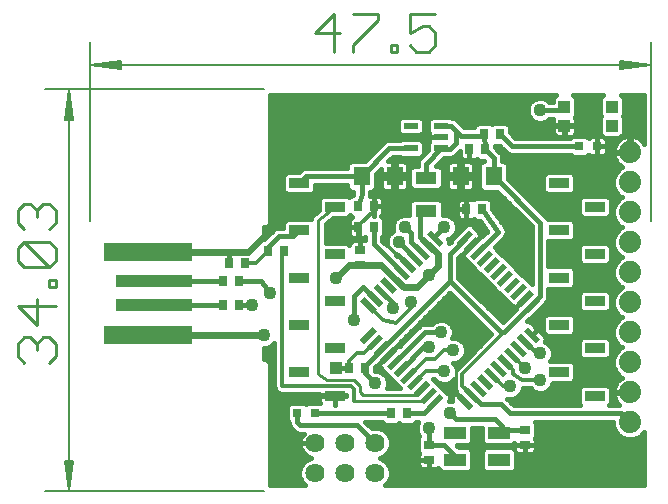
<source format=gtl>
G75*
G70*
%OFA0B0*%
%FSLAX24Y24*%
%IPPOS*%
%LPD*%
%AMOC8*
5,1,8,0,0,1.08239X$1,22.5*
%
%ADD10C,0.0051*%
%ADD11C,0.0110*%
%ADD12R,0.0276X0.0354*%
%ADD13R,0.0551X0.0630*%
%ADD14R,0.0315X0.0315*%
%ADD15R,0.0591X0.0197*%
%ADD16R,0.0197X0.0591*%
%ADD17R,0.0748X0.0433*%
%ADD18R,0.0354X0.0276*%
%ADD19R,0.0709X0.0394*%
%ADD20R,0.0472X0.0217*%
%ADD21R,0.2953X0.0591*%
%ADD22R,0.2559X0.0394*%
%ADD23R,0.0669X0.0335*%
%ADD24C,0.0740*%
%ADD25R,0.0394X0.0394*%
%ADD26C,0.0640*%
%ADD27C,0.0240*%
%ADD28C,0.0160*%
%ADD29C,0.0436*%
%ADD30C,0.0120*%
%ADD31C,0.0100*%
%ADD32R,0.0436X0.0436*%
D10*
X001544Y000400D02*
X008831Y000400D01*
X002457Y001424D02*
X002331Y000400D01*
X002433Y001424D01*
X002457Y001424D02*
X002205Y001424D01*
X002331Y000400D01*
X002229Y001424D01*
X002280Y001424D02*
X002331Y000400D01*
X002382Y001424D01*
X002331Y000400D02*
X002331Y013796D01*
X002433Y012772D01*
X002457Y012772D02*
X002331Y013796D01*
X002229Y012772D01*
X002205Y012772D02*
X002457Y012772D01*
X002382Y012772D02*
X002331Y013796D01*
X002280Y012772D01*
X002205Y012772D02*
X002331Y013796D01*
X001544Y013796D02*
X008831Y013796D01*
X004055Y014474D02*
X003031Y014600D01*
X004055Y014498D01*
X004055Y014474D02*
X004055Y014726D01*
X003031Y014600D01*
X004055Y014702D01*
X004055Y014651D02*
X003031Y014600D01*
X004055Y014549D01*
X003031Y014600D02*
X021731Y014600D01*
X020707Y014498D01*
X020707Y014474D02*
X021731Y014600D01*
X020707Y014702D01*
X020707Y014726D02*
X020707Y014474D01*
X020707Y014549D02*
X021731Y014600D01*
X020707Y014651D01*
X020707Y014726D02*
X021731Y014600D01*
X021731Y015387D02*
X021731Y009400D01*
X003031Y009400D02*
X003031Y015387D01*
D11*
X001671Y009973D02*
X001459Y009973D01*
X001248Y009761D01*
X001248Y009550D01*
X001248Y009761D02*
X001036Y009973D01*
X000825Y009973D01*
X000613Y009761D01*
X000613Y009338D01*
X000825Y009127D01*
X000825Y008704D02*
X001671Y007858D01*
X001882Y008070D01*
X001882Y008493D01*
X001671Y008704D01*
X000825Y008704D01*
X000613Y008493D01*
X000613Y008070D01*
X000825Y007858D01*
X001671Y007858D01*
X001671Y007435D02*
X001882Y007435D01*
X001882Y007224D01*
X001671Y007224D01*
X001671Y007435D01*
X001248Y006801D02*
X001248Y005955D01*
X000613Y006589D01*
X001882Y006589D01*
X001671Y005532D02*
X001459Y005532D01*
X001248Y005321D01*
X001248Y005109D01*
X001248Y005321D02*
X001036Y005532D01*
X000825Y005532D01*
X000613Y005321D01*
X000613Y004898D01*
X000825Y004686D01*
X001671Y004686D02*
X001882Y004898D01*
X001882Y005321D01*
X001671Y005532D01*
X001671Y009127D02*
X001882Y009338D01*
X001882Y009761D01*
X001671Y009973D01*
X010517Y015683D02*
X011363Y015683D01*
X011786Y015260D02*
X011786Y015049D01*
X011786Y015260D02*
X012632Y016106D01*
X012632Y016318D01*
X011786Y016318D01*
X011152Y016318D02*
X010517Y015683D01*
X011152Y015049D02*
X011152Y016318D01*
X013055Y015260D02*
X013055Y015049D01*
X013266Y015049D01*
X013266Y015260D01*
X013055Y015260D01*
X013689Y015260D02*
X013901Y015049D01*
X014324Y015049D01*
X014535Y015260D01*
X014535Y015683D01*
X014324Y015895D01*
X014112Y015895D01*
X013689Y015683D01*
X013689Y016318D01*
X014535Y016318D01*
D12*
X016175Y012300D03*
X016687Y012300D03*
X016187Y011800D03*
X015675Y011800D03*
X015575Y009800D03*
X016087Y009800D03*
X012487Y009900D03*
X011975Y009900D03*
X011975Y009200D03*
X012487Y009200D03*
X009487Y008400D03*
X008975Y008400D03*
X008187Y008000D03*
X007675Y008000D03*
X007475Y007400D03*
X007987Y007400D03*
X007987Y006600D03*
X007475Y006600D03*
X011675Y004500D03*
X012187Y004500D03*
X013075Y003000D03*
X013587Y003000D03*
D13*
X013182Y010900D03*
X012080Y010900D03*
X015380Y010900D03*
X016482Y010900D03*
D14*
X019336Y011900D03*
X019926Y011900D03*
X010526Y003000D03*
X009936Y003000D03*
D15*
G36*
X012441Y006319D02*
X012024Y006734D01*
X012163Y006873D01*
X012580Y006458D01*
X012441Y006319D01*
G37*
G36*
X012663Y006542D02*
X012246Y006957D01*
X012385Y007096D01*
X012802Y006681D01*
X012663Y006542D01*
G37*
G36*
X012886Y006766D02*
X012469Y007181D01*
X012608Y007320D01*
X013025Y006905D01*
X012886Y006766D01*
G37*
G36*
X013108Y006989D02*
X012691Y007404D01*
X012830Y007543D01*
X013247Y007128D01*
X013108Y006989D01*
G37*
G36*
X013330Y007212D02*
X012913Y007627D01*
X013052Y007766D01*
X013469Y007351D01*
X013330Y007212D01*
G37*
G36*
X013553Y007435D02*
X013136Y007850D01*
X013275Y007989D01*
X013692Y007574D01*
X013553Y007435D01*
G37*
G36*
X013775Y007658D02*
X013358Y008073D01*
X013497Y008212D01*
X013914Y007797D01*
X013775Y007658D01*
G37*
G36*
X013997Y007881D02*
X013580Y008296D01*
X013719Y008435D01*
X014136Y008020D01*
X013997Y007881D01*
G37*
G36*
X014219Y008104D02*
X013802Y008519D01*
X013941Y008658D01*
X014358Y008243D01*
X014219Y008104D01*
G37*
G36*
X014442Y008327D02*
X014025Y008742D01*
X014164Y008881D01*
X014581Y008466D01*
X014442Y008327D01*
G37*
G36*
X014664Y008550D02*
X014247Y008965D01*
X014386Y009104D01*
X014803Y008689D01*
X014664Y008550D01*
G37*
G36*
X017899Y005327D02*
X017482Y005742D01*
X017621Y005881D01*
X018038Y005466D01*
X017899Y005327D01*
G37*
G36*
X017677Y005104D02*
X017260Y005519D01*
X017399Y005658D01*
X017816Y005243D01*
X017677Y005104D01*
G37*
G36*
X017454Y004880D02*
X017037Y005295D01*
X017176Y005434D01*
X017593Y005019D01*
X017454Y004880D01*
G37*
G36*
X017232Y004657D02*
X016815Y005072D01*
X016954Y005211D01*
X017371Y004796D01*
X017232Y004657D01*
G37*
G36*
X017010Y004434D02*
X016593Y004849D01*
X016732Y004988D01*
X017149Y004573D01*
X017010Y004434D01*
G37*
G36*
X016787Y004211D02*
X016370Y004626D01*
X016509Y004765D01*
X016926Y004350D01*
X016787Y004211D01*
G37*
G36*
X016565Y003988D02*
X016148Y004403D01*
X016287Y004542D01*
X016704Y004127D01*
X016565Y003988D01*
G37*
G36*
X016343Y003765D02*
X015926Y004180D01*
X016065Y004319D01*
X016482Y003904D01*
X016343Y003765D01*
G37*
G36*
X016120Y003542D02*
X015703Y003957D01*
X015842Y004096D01*
X016259Y003681D01*
X016120Y003542D01*
G37*
G36*
X015898Y003319D02*
X015481Y003734D01*
X015620Y003873D01*
X016037Y003458D01*
X015898Y003319D01*
G37*
G36*
X015676Y003096D02*
X015259Y003511D01*
X015398Y003650D01*
X015815Y003235D01*
X015676Y003096D01*
G37*
D16*
G36*
X014397Y003093D02*
X014258Y003232D01*
X014673Y003649D01*
X014812Y003510D01*
X014397Y003093D01*
G37*
G36*
X014174Y003315D02*
X014035Y003454D01*
X014450Y003871D01*
X014589Y003732D01*
X014174Y003315D01*
G37*
G36*
X013950Y003538D02*
X013811Y003677D01*
X014226Y004094D01*
X014365Y003955D01*
X013950Y003538D01*
G37*
G36*
X013727Y003760D02*
X013588Y003899D01*
X014003Y004316D01*
X014142Y004177D01*
X013727Y003760D01*
G37*
G36*
X013504Y003982D02*
X013365Y004121D01*
X013780Y004538D01*
X013919Y004399D01*
X013504Y003982D01*
G37*
G36*
X013281Y004205D02*
X013142Y004344D01*
X013557Y004761D01*
X013696Y004622D01*
X013281Y004205D01*
G37*
G36*
X013058Y004427D02*
X012919Y004566D01*
X013334Y004983D01*
X013473Y004844D01*
X013058Y004427D01*
G37*
G36*
X012835Y004649D02*
X012696Y004788D01*
X013111Y005205D01*
X013250Y005066D01*
X012835Y004649D01*
G37*
G36*
X012612Y004871D02*
X012473Y005010D01*
X012888Y005427D01*
X013027Y005288D01*
X012612Y004871D01*
G37*
G36*
X012389Y005094D02*
X012250Y005233D01*
X012665Y005650D01*
X012804Y005511D01*
X012389Y005094D01*
G37*
G36*
X012166Y005316D02*
X012027Y005455D01*
X012442Y005872D01*
X012581Y005733D01*
X012166Y005316D01*
G37*
G36*
X015836Y008106D02*
X015697Y008245D01*
X016112Y008662D01*
X016251Y008523D01*
X015836Y008106D01*
G37*
G36*
X016059Y007884D02*
X015920Y008023D01*
X016335Y008440D01*
X016474Y008301D01*
X016059Y007884D01*
G37*
G36*
X016282Y007662D02*
X016143Y007801D01*
X016558Y008218D01*
X016697Y008079D01*
X016282Y007662D01*
G37*
G36*
X016505Y007439D02*
X016366Y007578D01*
X016781Y007995D01*
X016920Y007856D01*
X016505Y007439D01*
G37*
G36*
X016728Y007217D02*
X016589Y007356D01*
X017004Y007773D01*
X017143Y007634D01*
X016728Y007217D01*
G37*
G36*
X016951Y006995D02*
X016812Y007134D01*
X017227Y007551D01*
X017366Y007412D01*
X016951Y006995D01*
G37*
G36*
X017174Y006773D02*
X017035Y006912D01*
X017450Y007329D01*
X017589Y007190D01*
X017174Y006773D01*
G37*
G36*
X017397Y006550D02*
X017258Y006689D01*
X017673Y007106D01*
X017812Y006967D01*
X017397Y006550D01*
G37*
G36*
X017620Y006328D02*
X017481Y006467D01*
X017896Y006884D01*
X018035Y006745D01*
X017620Y006328D01*
G37*
G36*
X015612Y008329D02*
X015473Y008468D01*
X015888Y008885D01*
X016027Y008746D01*
X015612Y008329D01*
G37*
G36*
X015389Y008551D02*
X015250Y008690D01*
X015665Y009107D01*
X015804Y008968D01*
X015389Y008551D01*
G37*
D17*
X015203Y002353D03*
X015203Y001447D03*
X016659Y001447D03*
X016659Y002353D03*
D18*
X017531Y002456D03*
X017531Y001944D03*
X014331Y001956D03*
X014331Y001444D03*
X012031Y007944D03*
X012031Y008456D03*
D19*
X014231Y009749D03*
X014231Y010851D03*
D20*
X014743Y011826D03*
X014743Y012200D03*
X014743Y012574D03*
X013719Y012574D03*
X013719Y011826D03*
D21*
X004952Y008378D03*
X004952Y005622D03*
D22*
X005149Y006606D03*
X005149Y007394D03*
D23*
X010010Y007524D03*
X011191Y006737D03*
X010010Y005950D03*
X011191Y005162D03*
X010010Y004375D03*
X011191Y003587D03*
X011191Y008312D03*
X010010Y009099D03*
X011191Y009887D03*
X010010Y010674D03*
X018671Y010674D03*
X019852Y009887D03*
X018671Y009099D03*
X019852Y008312D03*
X018671Y007524D03*
X019852Y006737D03*
X018671Y005950D03*
X019852Y005162D03*
X018671Y004375D03*
X019852Y003587D03*
D24*
X021031Y003700D03*
X021031Y002700D03*
X021031Y004700D03*
X021031Y005700D03*
X021031Y006700D03*
X021031Y007700D03*
X021031Y008700D03*
X021031Y009700D03*
X021031Y010700D03*
X021031Y011700D03*
D25*
X020418Y012585D03*
X020418Y013215D03*
X018844Y013215D03*
X018844Y012585D03*
D26*
X012531Y002000D03*
X011531Y002000D03*
X010531Y002000D03*
X010531Y001000D03*
X011531Y001000D03*
X012531Y001000D03*
D27*
X008831Y005600D02*
X008753Y005622D01*
X004952Y005622D01*
X004952Y008378D02*
X007731Y008378D01*
X008309Y008378D01*
X010031Y010100D01*
X011675Y007944D02*
X012031Y007944D01*
X012736Y007944D01*
X013191Y007489D01*
X013480Y007200D01*
X013931Y007200D01*
X014331Y007600D01*
X014631Y007900D01*
X014631Y008300D01*
X014327Y008604D01*
X014303Y008604D01*
X011675Y007944D02*
X011231Y007500D01*
D28*
X011831Y006900D02*
X011831Y006100D01*
X011831Y006900D02*
X012131Y007200D01*
X012512Y006819D01*
X012524Y006819D01*
X012747Y007043D02*
X013131Y006658D01*
X013131Y006500D01*
X013882Y005886D02*
X013981Y005886D01*
X013954Y005859D02*
X013334Y005239D01*
X013308Y005264D01*
X013284Y005288D01*
X015016Y007019D01*
X016399Y005636D01*
X015248Y004485D01*
X015185Y004637D01*
X015140Y004682D01*
X015214Y004682D01*
X015368Y004746D01*
X015485Y004863D01*
X015549Y005017D01*
X015549Y005183D01*
X015485Y005337D01*
X015368Y005454D01*
X015214Y005518D01*
X015108Y005518D01*
X015149Y005617D01*
X015149Y005783D01*
X015085Y005937D01*
X014968Y006054D01*
X014814Y006118D01*
X014648Y006118D01*
X014494Y006054D01*
X014420Y005980D01*
X014135Y005980D01*
X014033Y005937D01*
X013954Y005859D01*
X013823Y005728D02*
X013724Y005728D01*
X013664Y005569D02*
X013565Y005569D01*
X013506Y005411D02*
X013407Y005411D01*
X013347Y005252D02*
X013320Y005252D01*
X013308Y005264D02*
X012973Y004927D01*
X012637Y004591D01*
X012973Y004927D01*
X012973Y004927D01*
X012973Y004927D01*
X013308Y005264D01*
X013297Y005252D02*
X013297Y005252D01*
X013139Y005094D02*
X013139Y005094D01*
X012981Y004935D02*
X012981Y004935D01*
X012823Y004777D02*
X012823Y004777D01*
X012665Y004618D02*
X012665Y004618D01*
X012637Y004591D02*
X012612Y004616D01*
X012525Y004528D01*
X012525Y004418D01*
X012614Y004418D01*
X012768Y004354D01*
X012885Y004237D01*
X012949Y004083D01*
X012949Y003917D01*
X012921Y003850D01*
X013352Y003850D01*
X013164Y004037D01*
X013164Y004037D01*
X012941Y004260D01*
X012941Y004260D01*
X012718Y004482D01*
X012718Y004510D01*
X012637Y004591D01*
X012741Y004460D02*
X012525Y004460D01*
X012821Y004301D02*
X012900Y004301D01*
X012924Y004143D02*
X013059Y004143D01*
X012949Y003984D02*
X013218Y003984D01*
X013419Y004483D02*
X013419Y004488D01*
X014131Y005200D01*
X014331Y005200D01*
X014191Y005700D02*
X014731Y005700D01*
X015106Y005886D02*
X016149Y005886D01*
X016307Y005728D02*
X015149Y005728D01*
X015129Y005569D02*
X016332Y005569D01*
X016174Y005411D02*
X015412Y005411D01*
X015521Y005252D02*
X016015Y005252D01*
X015857Y005094D02*
X015549Y005094D01*
X015515Y004935D02*
X015698Y004935D01*
X015540Y004777D02*
X015399Y004777D01*
X015381Y004618D02*
X015193Y004618D01*
X015171Y004149D02*
X015171Y003872D01*
X015211Y003777D01*
X015240Y003748D01*
X015200Y003708D01*
X015114Y003622D01*
X015090Y003581D01*
X015078Y003535D01*
X015078Y003487D01*
X015091Y003442D01*
X015104Y003418D01*
X015003Y003418D01*
X015013Y003428D01*
X015013Y003594D01*
X014790Y003816D01*
X014566Y004038D01*
X014566Y004038D01*
X014465Y004140D01*
X014500Y004140D01*
X014594Y004046D01*
X014748Y003982D01*
X014914Y003982D01*
X015068Y004046D01*
X015171Y004149D01*
X015171Y004143D02*
X015165Y004143D01*
X015171Y003984D02*
X014919Y003984D01*
X014743Y003984D02*
X014621Y003984D01*
X014780Y003826D02*
X015190Y003826D01*
X015200Y003708D02*
X015537Y003373D01*
X015537Y003373D01*
X015200Y003708D01*
X015159Y003667D02*
X014939Y003667D01*
X015013Y003509D02*
X015078Y003509D01*
X015241Y003667D02*
X015241Y003667D01*
X015400Y003509D02*
X015401Y003509D01*
X015759Y003596D02*
X016055Y003300D01*
X016731Y003300D01*
X017031Y003000D01*
X020731Y003000D01*
X021031Y002700D01*
X021378Y002241D02*
X021501Y002241D01*
X021501Y002364D02*
X021501Y000600D01*
X012866Y000600D01*
X012972Y000705D01*
X013051Y000897D01*
X013051Y001103D01*
X012972Y001295D01*
X012826Y001441D01*
X012683Y001500D01*
X012826Y001559D01*
X012972Y001705D01*
X013051Y001897D01*
X013051Y002103D01*
X012972Y002295D01*
X012826Y002441D01*
X012634Y002520D01*
X012428Y002520D01*
X012413Y002514D01*
X012207Y002720D01*
X012757Y002720D01*
X012854Y002623D01*
X013296Y002623D01*
X013331Y002658D01*
X013366Y002623D01*
X013808Y002623D01*
X013905Y002720D01*
X013970Y002720D01*
X013913Y002583D01*
X013913Y002417D01*
X013977Y002263D01*
X014008Y002231D01*
X013954Y002177D01*
X013954Y001735D01*
X014005Y001684D01*
X013986Y001651D01*
X013974Y001606D01*
X013974Y001444D01*
X013974Y001283D01*
X013986Y001237D01*
X014010Y001196D01*
X014043Y001162D01*
X014084Y001139D01*
X014130Y001126D01*
X014331Y001126D01*
X014532Y001126D01*
X014578Y001139D01*
X014619Y001162D01*
X014629Y001172D01*
X014629Y001148D01*
X014746Y001031D01*
X015659Y001031D01*
X015777Y001148D01*
X015777Y001747D01*
X015659Y001864D01*
X015319Y001864D01*
X015247Y001936D01*
X015659Y001936D01*
X015777Y002053D01*
X015777Y002520D01*
X016085Y002520D01*
X016085Y002053D01*
X016202Y001936D01*
X017116Y001936D01*
X017174Y001994D01*
X017174Y001944D01*
X017174Y001806D01*
X017116Y001864D01*
X016202Y001864D01*
X016085Y001747D01*
X016085Y001148D01*
X016202Y001031D01*
X017116Y001031D01*
X017233Y001148D01*
X017233Y001672D01*
X017243Y001662D01*
X017284Y001639D01*
X017330Y001626D01*
X017531Y001626D01*
X017732Y001626D01*
X017778Y001639D01*
X017819Y001662D01*
X017852Y001696D01*
X017876Y001737D01*
X017888Y001783D01*
X017888Y001944D01*
X017531Y001944D01*
X017531Y001626D01*
X017531Y001944D01*
X017531Y001944D01*
X017531Y001944D01*
X017174Y001944D01*
X017531Y001944D01*
X017531Y001944D01*
X017888Y001944D01*
X017888Y002106D01*
X017876Y002151D01*
X017857Y002184D01*
X017908Y002235D01*
X017908Y002677D01*
X017865Y002720D01*
X020461Y002720D01*
X020461Y002587D01*
X020548Y002377D01*
X020708Y002217D01*
X020918Y002130D01*
X021144Y002130D01*
X021354Y002217D01*
X021501Y002364D01*
X021501Y002082D02*
X017888Y002082D01*
X017888Y001924D02*
X021501Y001924D01*
X021501Y001765D02*
X017883Y001765D01*
X017531Y001765D02*
X017531Y001765D01*
X017531Y001924D02*
X017531Y001924D01*
X017174Y001924D02*
X015259Y001924D01*
X015203Y001584D02*
X014831Y001956D01*
X014331Y001956D01*
X014331Y002500D01*
X013999Y002241D02*
X012994Y002241D01*
X013051Y002082D02*
X013954Y002082D01*
X013954Y001924D02*
X013051Y001924D01*
X012996Y001765D02*
X013954Y001765D01*
X013974Y001607D02*
X012873Y001607D01*
X012808Y001448D02*
X013974Y001448D01*
X013974Y001444D02*
X014331Y001444D01*
X014331Y001126D01*
X014331Y001444D01*
X014331Y001444D01*
X013974Y001444D01*
X013974Y001290D02*
X012974Y001290D01*
X013040Y001131D02*
X014112Y001131D01*
X014331Y001131D02*
X014331Y001131D01*
X014331Y001290D02*
X014331Y001290D01*
X014331Y001444D02*
X014331Y001444D01*
X014549Y001131D02*
X014645Y001131D01*
X015203Y001447D02*
X015203Y001584D01*
X015777Y001607D02*
X016085Y001607D01*
X016085Y001448D02*
X015777Y001448D01*
X015777Y001290D02*
X016085Y001290D01*
X016102Y001131D02*
X015760Y001131D01*
X015758Y001765D02*
X016104Y001765D01*
X016085Y002082D02*
X015777Y002082D01*
X015777Y002241D02*
X016085Y002241D01*
X016085Y002399D02*
X015777Y002399D01*
X015231Y002800D02*
X016531Y002800D01*
X016762Y002569D01*
X016762Y002456D01*
X016659Y002353D01*
X016762Y002456D02*
X017531Y002456D01*
X017908Y002399D02*
X020539Y002399D01*
X020473Y002558D02*
X017908Y002558D01*
X017869Y002716D02*
X020461Y002716D01*
X020684Y002241D02*
X017908Y002241D01*
X017233Y001607D02*
X021501Y001607D01*
X021501Y001448D02*
X017233Y001448D01*
X017233Y001290D02*
X021501Y001290D01*
X021501Y001131D02*
X017216Y001131D01*
X015231Y002800D02*
X015031Y003000D01*
X014535Y003371D02*
X014164Y003000D01*
X013587Y003000D01*
X013901Y002716D02*
X013968Y002716D01*
X013913Y002558D02*
X012369Y002558D01*
X012211Y002716D02*
X012761Y002716D01*
X013075Y003000D02*
X010526Y003000D01*
X010687Y003357D02*
X010286Y003357D01*
X010231Y003303D01*
X010176Y003357D01*
X009695Y003357D01*
X009578Y003240D01*
X009578Y002760D01*
X009656Y002682D01*
X009656Y002640D01*
X009698Y002537D01*
X009794Y002441D01*
X009872Y002363D01*
X009975Y002320D01*
X010145Y002320D01*
X010103Y002262D01*
X010068Y002192D01*
X010043Y002117D01*
X010031Y002039D01*
X010031Y002009D01*
X010522Y002009D01*
X010522Y001991D01*
X010031Y001991D01*
X010031Y001961D01*
X010043Y001883D01*
X010068Y001808D01*
X010103Y001738D01*
X010150Y001674D01*
X010205Y001619D01*
X010269Y001572D01*
X010339Y001537D01*
X010411Y001513D01*
X010236Y001441D01*
X010090Y001295D01*
X010011Y001103D01*
X010011Y000897D01*
X010090Y000705D01*
X010196Y000600D01*
X009031Y000600D01*
X009031Y004683D01*
X008914Y004800D01*
X008831Y004800D01*
X008831Y005182D01*
X008914Y005182D01*
X009068Y005246D01*
X009171Y005349D01*
X009171Y003848D01*
X009211Y003753D01*
X009284Y003680D01*
X009379Y003640D01*
X009483Y003640D01*
X010676Y003640D01*
X010676Y003591D01*
X011187Y003591D01*
X011187Y003584D01*
X010676Y003584D01*
X010676Y003396D01*
X010687Y003357D01*
X010676Y003509D02*
X009031Y003509D01*
X009031Y003667D02*
X009314Y003667D01*
X009180Y003826D02*
X009031Y003826D01*
X009031Y003984D02*
X009171Y003984D01*
X009171Y004143D02*
X009031Y004143D01*
X009031Y004301D02*
X009171Y004301D01*
X009171Y004460D02*
X009031Y004460D01*
X009031Y004618D02*
X009171Y004618D01*
X009171Y004777D02*
X008937Y004777D01*
X008831Y004935D02*
X009171Y004935D01*
X009171Y005094D02*
X008831Y005094D01*
X009074Y005252D02*
X009171Y005252D01*
X008431Y006600D02*
X007987Y006600D01*
X007475Y006600D02*
X005155Y006600D01*
X005155Y007400D02*
X007475Y007400D01*
X007987Y007400D02*
X008731Y007400D01*
X009031Y007000D01*
X007675Y008000D02*
X007675Y008322D01*
X007731Y008378D01*
X008831Y008796D02*
X008831Y009200D01*
X008914Y009200D01*
X009031Y009317D01*
X009031Y013596D01*
X018548Y013596D01*
X018447Y013495D01*
X018447Y013380D01*
X018342Y013380D01*
X018268Y013454D01*
X018114Y013518D01*
X017948Y013518D01*
X017794Y013454D01*
X017677Y013337D01*
X017613Y013183D01*
X017613Y013017D01*
X017677Y012863D01*
X017794Y012746D01*
X017948Y012682D01*
X018114Y012682D01*
X018268Y012746D01*
X018342Y012820D01*
X018471Y012820D01*
X018467Y012806D01*
X018467Y012603D01*
X018825Y012603D01*
X018825Y012567D01*
X018467Y012567D01*
X018467Y012364D01*
X018479Y012319D01*
X018503Y012278D01*
X018536Y012244D01*
X018577Y012220D01*
X018623Y012208D01*
X018825Y012208D01*
X018825Y012567D01*
X018862Y012567D01*
X018862Y012603D01*
X019220Y012603D01*
X019220Y012806D01*
X019208Y012851D01*
X019189Y012884D01*
X019240Y012935D01*
X019240Y013495D01*
X019139Y013596D01*
X020123Y013596D01*
X020022Y013495D01*
X020022Y012935D01*
X020057Y012900D01*
X020022Y012865D01*
X020022Y012305D01*
X020089Y012237D01*
X019926Y012237D01*
X019745Y012237D01*
X019699Y012225D01*
X019658Y012202D01*
X019645Y012188D01*
X019576Y012257D01*
X019164Y012257D01*
X019184Y012278D01*
X019208Y012319D01*
X019220Y012364D01*
X019220Y012567D01*
X018862Y012567D01*
X018862Y012208D01*
X019046Y012208D01*
X019018Y012180D01*
X017203Y012180D01*
X017025Y012358D01*
X017025Y012560D01*
X016908Y012677D01*
X016466Y012677D01*
X016431Y012642D01*
X016396Y012677D01*
X015954Y012677D01*
X015837Y012560D01*
X015837Y012533D01*
X015494Y012533D01*
X015390Y012637D01*
X015390Y012637D01*
X015216Y012811D01*
X015113Y012854D01*
X015090Y012854D01*
X015062Y012882D01*
X014424Y012882D01*
X014307Y012765D01*
X014307Y012383D01*
X014333Y012356D01*
X014327Y012332D01*
X014327Y012200D01*
X014327Y012068D01*
X014333Y012044D01*
X014307Y012017D01*
X014307Y011786D01*
X013994Y011473D01*
X013951Y011370D01*
X013951Y011248D01*
X013794Y011248D01*
X013677Y011131D01*
X013677Y010571D01*
X013794Y010454D01*
X014668Y010454D01*
X014785Y010571D01*
X014785Y011131D01*
X014668Y011248D01*
X014561Y011248D01*
X014831Y011518D01*
X015062Y011518D01*
X015064Y011520D01*
X015087Y011520D01*
X015190Y011563D01*
X015268Y011641D01*
X015357Y011730D01*
X015357Y011599D01*
X015370Y011553D01*
X015393Y011512D01*
X015427Y011479D01*
X015468Y011455D01*
X015514Y011443D01*
X015675Y011443D01*
X015675Y011800D01*
X015675Y011800D01*
X015675Y011443D01*
X015837Y011443D01*
X015882Y011455D01*
X015915Y011474D01*
X015966Y011423D01*
X016168Y011423D01*
X016176Y011415D01*
X016124Y011415D01*
X016007Y011298D01*
X016007Y010502D01*
X016124Y010385D01*
X016601Y010385D01*
X017751Y009235D01*
X017751Y007312D01*
X017567Y007496D01*
X017344Y007718D01*
X017121Y007940D01*
X017121Y007940D01*
X016898Y008163D01*
X016675Y008385D01*
X016522Y008537D01*
X016815Y008830D01*
X016842Y008850D01*
X016854Y008869D01*
X016871Y008885D01*
X016883Y008916D01*
X016901Y008945D01*
X016904Y008967D01*
X016913Y008988D01*
X016913Y009022D01*
X016918Y009055D01*
X016913Y009077D01*
X016913Y009100D01*
X016900Y009131D01*
X016893Y009163D01*
X016879Y009182D01*
X016871Y009203D01*
X016847Y009226D01*
X016425Y009811D01*
X016425Y010060D01*
X016308Y010177D01*
X015866Y010177D01*
X015815Y010126D01*
X015782Y010145D01*
X015737Y010157D01*
X015575Y010157D01*
X015414Y010157D01*
X015368Y010145D01*
X015327Y010121D01*
X015293Y010088D01*
X015270Y010047D01*
X015257Y010001D01*
X015257Y009800D01*
X015257Y009599D01*
X015270Y009553D01*
X015293Y009512D01*
X015327Y009479D01*
X015368Y009455D01*
X015414Y009443D01*
X015575Y009443D01*
X015575Y009800D01*
X015257Y009800D01*
X015575Y009800D01*
X015575Y009800D01*
X015575Y009800D01*
X015575Y010157D01*
X015575Y009800D01*
X015575Y009800D01*
X015575Y009443D01*
X015737Y009443D01*
X015782Y009455D01*
X015815Y009474D01*
X015866Y009423D01*
X016014Y009423D01*
X016267Y009073D01*
X016111Y008918D01*
X016086Y008943D01*
X015750Y008607D01*
X015750Y008607D01*
X015415Y008270D01*
X015495Y008190D01*
X015496Y008162D01*
X015719Y007939D01*
X015942Y007717D01*
X015942Y007717D01*
X016165Y007495D01*
X016388Y007272D01*
X016611Y007050D01*
X016611Y007050D01*
X016834Y006828D01*
X016834Y006828D01*
X017091Y006572D01*
X017119Y006572D01*
X017200Y006492D01*
X017535Y006828D01*
X017200Y006492D01*
X017213Y006478D01*
X016781Y006046D01*
X015311Y007516D01*
X015311Y008184D01*
X015406Y008279D01*
X015415Y008270D01*
X015750Y008607D01*
X016086Y008943D01*
X016005Y009024D01*
X016005Y009052D01*
X015749Y009308D01*
X015583Y009308D01*
X015049Y008772D01*
X015049Y008714D01*
X015004Y008669D01*
X015004Y008772D01*
X014970Y008805D01*
X015068Y008846D01*
X015185Y008963D01*
X015249Y009117D01*
X015249Y009283D01*
X015185Y009437D01*
X015068Y009554D01*
X014914Y009618D01*
X014785Y009618D01*
X014785Y010029D01*
X014668Y010146D01*
X013794Y010146D01*
X013677Y010029D01*
X013677Y009592D01*
X013614Y009618D01*
X013448Y009618D01*
X013294Y009554D01*
X013177Y009437D01*
X013113Y009283D01*
X013113Y009117D01*
X013132Y009070D01*
X013094Y009054D01*
X012977Y008937D01*
X012913Y008783D01*
X012913Y008617D01*
X012919Y008603D01*
X012767Y008754D01*
X012767Y008882D01*
X012825Y008940D01*
X012825Y009460D01*
X012717Y009568D01*
X012735Y009579D01*
X012769Y009612D01*
X012792Y009653D01*
X012805Y009699D01*
X012805Y009900D01*
X012805Y010101D01*
X012792Y010147D01*
X012769Y010188D01*
X012735Y010221D01*
X012694Y010245D01*
X012648Y010257D01*
X012487Y010257D01*
X012487Y009900D01*
X012805Y009900D01*
X012487Y009900D01*
X012487Y009900D01*
X012487Y009577D01*
X012487Y009577D01*
X012487Y009900D01*
X012487Y009900D01*
X012487Y009900D01*
X012487Y010257D01*
X012360Y010257D01*
X012360Y010259D01*
X012365Y010277D01*
X012360Y010314D01*
X012360Y010385D01*
X012438Y010385D01*
X012555Y010502D01*
X012555Y010980D01*
X012727Y011151D01*
X012727Y010958D01*
X012555Y010958D01*
X012555Y010800D02*
X012727Y010800D01*
X012727Y010842D02*
X012727Y010561D01*
X012739Y010516D01*
X012763Y010475D01*
X012796Y010441D01*
X012837Y010417D01*
X012883Y010405D01*
X013124Y010405D01*
X013124Y010842D01*
X012727Y010842D01*
X012727Y010958D02*
X013124Y010958D01*
X013240Y010958D01*
X013124Y010958D01*
X013124Y010842D01*
X013240Y010842D01*
X013240Y010405D01*
X013481Y010405D01*
X013527Y010417D01*
X013568Y010441D01*
X013602Y010475D01*
X013625Y010516D01*
X013638Y010561D01*
X013638Y010842D01*
X013240Y010842D01*
X013240Y010958D01*
X013240Y011395D01*
X013481Y011395D01*
X013527Y011383D01*
X013568Y011359D01*
X013602Y011325D01*
X013625Y011284D01*
X013638Y011239D01*
X013638Y010958D01*
X013677Y010958D01*
X013638Y010958D02*
X013240Y010958D01*
X013124Y010958D02*
X013124Y011395D01*
X012971Y011395D01*
X013122Y011546D01*
X013372Y011546D01*
X013400Y011518D01*
X014038Y011518D01*
X014155Y011635D01*
X014155Y012017D01*
X014038Y012134D01*
X013400Y012134D01*
X013372Y012106D01*
X012950Y012106D01*
X012847Y012063D01*
X012199Y011415D01*
X011721Y011415D01*
X011604Y011298D01*
X011604Y011180D01*
X010180Y011180D01*
X010077Y011137D01*
X009981Y011041D01*
X009592Y011041D01*
X009475Y010924D01*
X009475Y010424D01*
X009592Y010307D01*
X010427Y010307D01*
X010544Y010424D01*
X010544Y010620D01*
X011604Y010620D01*
X011604Y010502D01*
X011721Y010385D01*
X011800Y010385D01*
X011800Y010332D01*
X011785Y010277D01*
X011754Y010277D01*
X011670Y010192D01*
X011608Y010254D01*
X010773Y010254D01*
X010656Y010137D01*
X010656Y009771D01*
X010501Y009644D01*
X010489Y009639D01*
X010463Y009612D01*
X010434Y009588D01*
X010428Y009577D01*
X010419Y009568D01*
X010405Y009534D01*
X010387Y009501D01*
X010386Y009488D01*
X010381Y009476D01*
X010381Y009467D01*
X009592Y009467D01*
X009475Y009349D01*
X009475Y009180D01*
X009275Y009180D01*
X009172Y009137D01*
X008831Y008796D01*
X008831Y008898D02*
X008933Y008898D01*
X008831Y009056D02*
X009091Y009056D01*
X008928Y009215D02*
X009475Y009215D01*
X009499Y009373D02*
X009031Y009373D01*
X009031Y009532D02*
X010404Y009532D01*
X010558Y009690D02*
X009031Y009690D01*
X009031Y009849D02*
X010656Y009849D01*
X010656Y010007D02*
X009031Y010007D01*
X009031Y010166D02*
X010685Y010166D01*
X010445Y010324D02*
X011798Y010324D01*
X011624Y010483D02*
X010544Y010483D01*
X010236Y010900D02*
X010010Y010674D01*
X010236Y010900D02*
X012080Y010900D01*
X013006Y011826D01*
X013719Y011826D01*
X014155Y011751D02*
X014271Y011751D01*
X014307Y011909D02*
X014155Y011909D01*
X014105Y012068D02*
X014327Y012068D01*
X014327Y012200D02*
X014743Y012200D01*
X014743Y012200D01*
X014327Y012200D01*
X014327Y012226D02*
X009031Y012226D01*
X009031Y012068D02*
X012857Y012068D01*
X012693Y011909D02*
X009031Y011909D01*
X009031Y011751D02*
X012534Y011751D01*
X012376Y011592D02*
X009031Y011592D01*
X009031Y011434D02*
X012217Y011434D01*
X012692Y011117D02*
X012727Y011117D01*
X013124Y011117D02*
X013240Y011117D01*
X013240Y011275D02*
X013124Y011275D01*
X013009Y011434D02*
X013977Y011434D01*
X013951Y011275D02*
X013628Y011275D01*
X013638Y011117D02*
X013677Y011117D01*
X013677Y010800D02*
X013638Y010800D01*
X013638Y010641D02*
X013677Y010641D01*
X013606Y010483D02*
X013766Y010483D01*
X013677Y010007D02*
X012805Y010007D01*
X012805Y009849D02*
X013677Y009849D01*
X013677Y009690D02*
X012802Y009690D01*
X012753Y009532D02*
X013271Y009532D01*
X013150Y009373D02*
X012825Y009373D01*
X012825Y009215D02*
X013113Y009215D01*
X013098Y009056D02*
X012825Y009056D01*
X012782Y008898D02*
X012960Y008898D01*
X012913Y008739D02*
X012782Y008739D01*
X012487Y008638D02*
X013414Y007712D01*
X013636Y007935D02*
X013299Y008270D01*
X013275Y008246D01*
X013233Y008288D01*
X013248Y008282D01*
X013311Y008282D01*
X013299Y008270D01*
X013636Y007935D01*
X013636Y007935D01*
X013624Y007947D02*
X013624Y007947D01*
X013465Y008105D02*
X013465Y008105D01*
X013306Y008264D02*
X013306Y008264D01*
X013292Y008264D02*
X013258Y008264D01*
X013331Y008700D02*
X013858Y008173D01*
X013858Y008158D01*
X014050Y008381D02*
X014080Y008381D01*
X014050Y008381D02*
X013731Y008700D01*
X013731Y009000D01*
X013531Y009200D01*
X014031Y008876D02*
X014031Y009700D01*
X014080Y009749D01*
X014231Y009749D01*
X014785Y009690D02*
X015257Y009690D01*
X015257Y009849D02*
X014785Y009849D01*
X014785Y010007D02*
X015259Y010007D01*
X015575Y010007D02*
X015575Y010007D01*
X015575Y009849D02*
X015575Y009849D01*
X015575Y009690D02*
X015575Y009690D01*
X015575Y009532D02*
X015575Y009532D01*
X015282Y009532D02*
X015091Y009532D01*
X015212Y009373D02*
X016050Y009373D01*
X016165Y009215D02*
X015842Y009215D01*
X016001Y009056D02*
X016249Y009056D01*
X016040Y008898D02*
X016040Y008898D01*
X015882Y008739D02*
X015882Y008739D01*
X015750Y008607D02*
X015750Y008607D01*
X015724Y008581D02*
X015724Y008581D01*
X015566Y008422D02*
X015566Y008422D01*
X015422Y008264D02*
X015390Y008264D01*
X015311Y008105D02*
X015552Y008105D01*
X015711Y007947D02*
X015311Y007947D01*
X015311Y007788D02*
X015870Y007788D01*
X015719Y007939D02*
X015719Y007939D01*
X016029Y007630D02*
X015311Y007630D01*
X015356Y007471D02*
X016188Y007471D01*
X016165Y007495D02*
X016165Y007495D01*
X016348Y007313D02*
X015514Y007313D01*
X015673Y007154D02*
X016507Y007154D01*
X016388Y007272D02*
X016388Y007272D01*
X016666Y006996D02*
X015831Y006996D01*
X015990Y006837D02*
X016825Y006837D01*
X016984Y006679D02*
X016148Y006679D01*
X016307Y006520D02*
X017171Y006520D01*
X017228Y006520D02*
X017228Y006520D01*
X017097Y006362D02*
X016465Y006362D01*
X016624Y006203D02*
X016938Y006203D01*
X017586Y006059D02*
X017654Y006127D01*
X017703Y006127D01*
X018237Y006663D01*
X018237Y006710D01*
X018268Y006741D01*
X018311Y006844D01*
X018311Y007157D01*
X019089Y007157D01*
X019206Y007274D01*
X019206Y007775D01*
X019089Y007892D01*
X018311Y007892D01*
X018311Y008732D01*
X019089Y008732D01*
X019206Y008849D01*
X019206Y009349D01*
X019089Y009467D01*
X018286Y009467D01*
X018268Y009510D01*
X018190Y009589D01*
X016958Y010820D01*
X016958Y011298D01*
X016841Y011415D01*
X016762Y011415D01*
X016762Y011560D01*
X016720Y011663D01*
X016641Y011742D01*
X016641Y011742D01*
X016525Y011858D01*
X016525Y011923D01*
X016668Y011923D01*
X016850Y011741D01*
X016928Y011663D01*
X017031Y011620D01*
X019018Y011620D01*
X019095Y011543D01*
X019576Y011543D01*
X019645Y011612D01*
X019658Y011598D01*
X019699Y011575D01*
X019745Y011563D01*
X019926Y011563D01*
X019926Y011900D01*
X019926Y011900D01*
X019926Y012237D01*
X019926Y011900D01*
X019926Y011900D01*
X019926Y011563D01*
X020107Y011563D01*
X020153Y011575D01*
X020194Y011598D01*
X020228Y011632D01*
X020251Y011673D01*
X020264Y011719D01*
X020264Y011900D01*
X020264Y012081D01*
X020251Y012127D01*
X020228Y012168D01*
X020208Y012188D01*
X020698Y012188D01*
X020815Y012305D01*
X020815Y012865D01*
X020780Y012900D01*
X020815Y012935D01*
X020815Y013495D01*
X020714Y013596D01*
X021501Y013596D01*
X021501Y011989D01*
X021450Y012058D01*
X021389Y012120D01*
X021319Y012170D01*
X021242Y012210D01*
X021160Y012236D01*
X021074Y012250D01*
X021051Y012250D01*
X021051Y011720D01*
X021011Y011720D01*
X021011Y012250D01*
X020988Y012250D01*
X020902Y012236D01*
X020820Y012210D01*
X020743Y012170D01*
X020673Y012120D01*
X020611Y012058D01*
X020561Y011988D01*
X020521Y011911D01*
X020495Y011829D01*
X020481Y011743D01*
X020481Y011720D01*
X021011Y011720D01*
X021011Y011680D01*
X020481Y011680D01*
X020481Y011657D01*
X020495Y011571D01*
X020521Y011489D01*
X020561Y011412D01*
X020611Y011342D01*
X020673Y011280D01*
X020743Y011230D01*
X020777Y011212D01*
X020708Y011183D01*
X020548Y011023D01*
X020461Y010813D01*
X020461Y010587D01*
X020548Y010377D01*
X020708Y010217D01*
X020749Y010200D01*
X020708Y010183D01*
X020548Y010023D01*
X020461Y009813D01*
X020461Y009587D01*
X020548Y009377D01*
X020708Y009217D01*
X020749Y009200D01*
X020708Y009183D01*
X020548Y009023D01*
X020461Y008813D01*
X020461Y008587D01*
X020548Y008377D01*
X020708Y008217D01*
X020749Y008200D01*
X020708Y008183D01*
X020548Y008023D01*
X020461Y007813D01*
X020461Y007587D01*
X020548Y007377D01*
X020708Y007217D01*
X020749Y007200D01*
X020708Y007183D01*
X020548Y007023D01*
X020461Y006813D01*
X020461Y006587D01*
X020548Y006377D01*
X020708Y006217D01*
X020749Y006200D01*
X020708Y006183D01*
X020548Y006023D01*
X020461Y005813D01*
X020461Y005587D01*
X020548Y005377D01*
X020708Y005217D01*
X020749Y005200D01*
X020708Y005183D01*
X020548Y005023D01*
X020461Y004813D01*
X020461Y004587D01*
X020548Y004377D01*
X020708Y004217D01*
X020777Y004188D01*
X020743Y004170D01*
X020673Y004120D01*
X020611Y004058D01*
X020561Y003988D01*
X020521Y003911D01*
X020495Y003829D01*
X020481Y003743D01*
X020481Y003720D01*
X021011Y003720D01*
X021011Y003680D01*
X020481Y003680D01*
X020481Y003657D01*
X020495Y003571D01*
X020521Y003489D01*
X020561Y003412D01*
X020611Y003342D01*
X020673Y003280D01*
X020330Y003280D01*
X020387Y003337D01*
X020387Y003838D01*
X020270Y003955D01*
X019435Y003955D01*
X019318Y003838D01*
X019318Y003337D01*
X019375Y003280D01*
X017147Y003280D01*
X016968Y003459D01*
X016943Y003484D01*
X016948Y003482D01*
X017114Y003482D01*
X017268Y003546D01*
X017385Y003663D01*
X017449Y003817D01*
X017449Y003838D01*
X017457Y003840D01*
X017700Y003840D01*
X017794Y003746D01*
X017948Y003682D01*
X018114Y003682D01*
X018268Y003746D01*
X018385Y003863D01*
X018445Y004007D01*
X019089Y004007D01*
X019206Y004125D01*
X019206Y004625D01*
X019089Y004742D01*
X018364Y004742D01*
X018385Y004763D01*
X018449Y004917D01*
X018449Y005083D01*
X018385Y005237D01*
X018268Y005354D01*
X018199Y005383D01*
X018207Y005396D01*
X018219Y005442D01*
X018219Y005489D01*
X018206Y005535D01*
X018183Y005576D01*
X017957Y005801D01*
X017760Y005604D01*
X017957Y005801D01*
X017731Y006026D01*
X017690Y006050D01*
X017644Y006062D01*
X017596Y006062D01*
X017586Y006059D01*
X017698Y006045D02*
X018136Y006045D01*
X018136Y006200D02*
X018136Y005699D01*
X018254Y005582D01*
X019089Y005582D01*
X019206Y005699D01*
X019206Y006200D01*
X019089Y006317D01*
X018254Y006317D01*
X018136Y006200D01*
X018140Y006203D02*
X017778Y006203D01*
X017936Y006362D02*
X020563Y006362D01*
X020489Y006520D02*
X020387Y006520D01*
X020387Y006487D02*
X020387Y006987D01*
X020270Y007104D01*
X019435Y007104D01*
X019318Y006987D01*
X019318Y006487D01*
X019435Y006370D01*
X020270Y006370D01*
X020387Y006487D01*
X020387Y006679D02*
X020461Y006679D01*
X020471Y006837D02*
X020387Y006837D01*
X020379Y006996D02*
X020536Y006996D01*
X020679Y007154D02*
X018311Y007154D01*
X018311Y006996D02*
X019326Y006996D01*
X019318Y006837D02*
X018308Y006837D01*
X018237Y006679D02*
X019318Y006679D01*
X019318Y006520D02*
X018094Y006520D01*
X017758Y006606D02*
X017758Y006627D01*
X018031Y006900D01*
X018031Y009351D01*
X016482Y010900D01*
X016482Y011505D01*
X016187Y011800D01*
X016175Y012300D01*
X016128Y012253D01*
X015378Y012253D01*
X015231Y012400D01*
X015231Y012000D01*
X015031Y011800D01*
X014769Y011800D01*
X014743Y011826D01*
X014231Y011314D01*
X014231Y010851D01*
X014588Y011275D02*
X014934Y011275D01*
X014936Y011284D02*
X014924Y011239D01*
X014924Y010958D01*
X014785Y010958D01*
X014924Y010958D02*
X015322Y010958D01*
X015438Y010958D01*
X015835Y010958D01*
X016007Y010958D01*
X016007Y010800D02*
X015835Y010800D01*
X015835Y010842D02*
X015835Y010561D01*
X015823Y010516D01*
X015799Y010475D01*
X015766Y010441D01*
X015725Y010417D01*
X015679Y010405D01*
X015438Y010405D01*
X015438Y010842D01*
X015438Y010958D01*
X015322Y010958D01*
X015322Y011395D01*
X015081Y011395D01*
X015035Y011383D01*
X014994Y011359D01*
X014960Y011325D01*
X014936Y011284D01*
X014924Y011117D02*
X014785Y011117D01*
X014924Y010842D02*
X014924Y010561D01*
X014936Y010516D01*
X014960Y010475D01*
X014994Y010441D01*
X015035Y010417D01*
X015081Y010405D01*
X015322Y010405D01*
X015322Y010842D01*
X015438Y010842D01*
X015835Y010842D01*
X015835Y010958D02*
X015835Y011239D01*
X015823Y011284D01*
X015799Y011325D01*
X015766Y011359D01*
X015725Y011383D01*
X015679Y011395D01*
X015438Y011395D01*
X015438Y010958D01*
X015322Y010958D02*
X015322Y010842D01*
X014924Y010842D01*
X014924Y010800D02*
X014785Y010800D01*
X014785Y010641D02*
X014924Y010641D01*
X014956Y010483D02*
X014696Y010483D01*
X015322Y010483D02*
X015438Y010483D01*
X015438Y010641D02*
X015322Y010641D01*
X015322Y010800D02*
X015438Y010800D01*
X015438Y011117D02*
X015322Y011117D01*
X015322Y011275D02*
X015438Y011275D01*
X015359Y011592D02*
X015219Y011592D01*
X015675Y011592D02*
X015675Y011592D01*
X015675Y011751D02*
X015675Y011751D01*
X015956Y011434D02*
X014746Y011434D01*
X014113Y011592D02*
X014113Y011592D01*
X014038Y012266D02*
X013400Y012266D01*
X013283Y012383D01*
X013283Y012765D01*
X013400Y012882D01*
X014038Y012882D01*
X014155Y012765D01*
X014155Y012383D01*
X014038Y012266D01*
X014155Y012385D02*
X014307Y012385D01*
X014307Y012543D02*
X014155Y012543D01*
X014155Y012702D02*
X014307Y012702D01*
X014402Y012860D02*
X014060Y012860D01*
X013378Y012860D02*
X009031Y012860D01*
X009031Y012702D02*
X013283Y012702D01*
X013283Y012543D02*
X009031Y012543D01*
X009031Y012385D02*
X013283Y012385D01*
X014743Y012574D02*
X015057Y012574D01*
X015231Y012400D01*
X015484Y012543D02*
X015837Y012543D01*
X015325Y012702D02*
X017900Y012702D01*
X018162Y012702D02*
X018467Y012702D01*
X018467Y012543D02*
X017025Y012543D01*
X017025Y012385D02*
X018467Y012385D01*
X018568Y012226D02*
X017157Y012226D01*
X017087Y011900D02*
X019336Y011900D01*
X019626Y011592D02*
X019669Y011592D01*
X019926Y011592D02*
X019926Y011592D01*
X019926Y011751D02*
X019926Y011751D01*
X019926Y011900D02*
X019926Y011900D01*
X020264Y011900D01*
X019926Y011900D01*
X019926Y011909D02*
X019926Y011909D01*
X019926Y012068D02*
X019926Y012068D01*
X019926Y012226D02*
X019926Y012226D01*
X020022Y012385D02*
X019220Y012385D01*
X019220Y012543D02*
X020022Y012543D01*
X020022Y012702D02*
X019220Y012702D01*
X019203Y012860D02*
X020022Y012860D01*
X020022Y013019D02*
X019240Y013019D01*
X019240Y013177D02*
X020022Y013177D01*
X020022Y013336D02*
X019240Y013336D01*
X019240Y013494D02*
X020022Y013494D01*
X020815Y013494D02*
X021501Y013494D01*
X021501Y013336D02*
X020815Y013336D01*
X020815Y013177D02*
X021501Y013177D01*
X021501Y013019D02*
X020815Y013019D01*
X020815Y012860D02*
X021501Y012860D01*
X021501Y012702D02*
X020815Y012702D01*
X020815Y012543D02*
X021501Y012543D01*
X021501Y012385D02*
X020815Y012385D01*
X020870Y012226D02*
X020736Y012226D01*
X020621Y012068D02*
X020264Y012068D01*
X020264Y011909D02*
X020521Y011909D01*
X020482Y011751D02*
X020264Y011751D01*
X020183Y011592D02*
X020491Y011592D01*
X020549Y011434D02*
X016762Y011434D01*
X016749Y011592D02*
X019046Y011592D01*
X019089Y011041D02*
X019206Y010924D01*
X019206Y010424D01*
X019089Y010307D01*
X018254Y010307D01*
X018136Y010424D01*
X018136Y010924D01*
X018254Y011041D01*
X019089Y011041D01*
X019172Y010958D02*
X020521Y010958D01*
X020461Y010800D02*
X019206Y010800D01*
X019206Y010641D02*
X020461Y010641D01*
X020504Y010483D02*
X019206Y010483D01*
X019106Y010324D02*
X020601Y010324D01*
X020690Y010166D02*
X020358Y010166D01*
X020387Y010137D02*
X020270Y010254D01*
X019435Y010254D01*
X019318Y010137D01*
X019318Y009636D01*
X019435Y009519D01*
X020270Y009519D01*
X020387Y009636D01*
X020387Y010137D01*
X020387Y010007D02*
X020541Y010007D01*
X020476Y009849D02*
X020387Y009849D01*
X020387Y009690D02*
X020461Y009690D01*
X020484Y009532D02*
X020282Y009532D01*
X020552Y009373D02*
X019182Y009373D01*
X019206Y009215D02*
X020714Y009215D01*
X020581Y009056D02*
X019206Y009056D01*
X019206Y008898D02*
X020496Y008898D01*
X020461Y008739D02*
X019096Y008739D01*
X019318Y008562D02*
X019318Y008062D01*
X019435Y007944D01*
X020270Y007944D01*
X020387Y008062D01*
X020387Y008562D01*
X020270Y008679D01*
X019435Y008679D01*
X019318Y008562D01*
X019336Y008581D02*
X018311Y008581D01*
X018311Y008422D02*
X019318Y008422D01*
X019318Y008264D02*
X018311Y008264D01*
X018311Y008105D02*
X019318Y008105D01*
X019433Y007947D02*
X018311Y007947D01*
X017751Y007947D02*
X017115Y007947D01*
X016956Y008105D02*
X017751Y008105D01*
X017751Y008264D02*
X016796Y008264D01*
X016898Y008163D02*
X016898Y008163D01*
X016675Y008385D02*
X016675Y008385D01*
X016637Y008422D02*
X017751Y008422D01*
X017751Y008581D02*
X016566Y008581D01*
X016724Y008739D02*
X017751Y008739D01*
X017751Y008898D02*
X016876Y008898D01*
X016918Y009056D02*
X017751Y009056D01*
X017751Y009215D02*
X016859Y009215D01*
X016741Y009373D02*
X017613Y009373D01*
X017455Y009532D02*
X016626Y009532D01*
X016512Y009690D02*
X017296Y009690D01*
X017138Y009849D02*
X016425Y009849D01*
X016425Y010007D02*
X016979Y010007D01*
X016821Y010166D02*
X016319Y010166D01*
X016662Y010324D02*
X012360Y010324D01*
X012487Y010166D02*
X012487Y010166D01*
X012487Y010007D02*
X012487Y010007D01*
X012487Y009849D02*
X012487Y009849D01*
X012487Y009690D02*
X012487Y009690D01*
X011975Y009900D02*
X012080Y010295D01*
X012080Y010900D01*
X012555Y010641D02*
X012727Y010641D01*
X012758Y010483D02*
X012536Y010483D01*
X012781Y010166D02*
X015855Y010166D01*
X015804Y010483D02*
X016026Y010483D01*
X016007Y010641D02*
X015835Y010641D01*
X015835Y011117D02*
X016007Y011117D01*
X016007Y011275D02*
X015826Y011275D01*
X016632Y011751D02*
X016840Y011751D01*
X016682Y011909D02*
X016525Y011909D01*
X016687Y012300D02*
X017087Y011900D01*
X016958Y011275D02*
X020680Y011275D01*
X020641Y011117D02*
X016958Y011117D01*
X016958Y010958D02*
X018170Y010958D01*
X018136Y010800D02*
X016979Y010800D01*
X017137Y010641D02*
X018136Y010641D01*
X018136Y010483D02*
X017296Y010483D01*
X017454Y010324D02*
X018236Y010324D01*
X017771Y010007D02*
X019318Y010007D01*
X019318Y009849D02*
X017930Y009849D01*
X018088Y009690D02*
X019318Y009690D01*
X019422Y009532D02*
X018247Y009532D01*
X017613Y010166D02*
X019346Y010166D01*
X021011Y011751D02*
X021051Y011751D01*
X021051Y011909D02*
X021011Y011909D01*
X021011Y012068D02*
X021051Y012068D01*
X021051Y012226D02*
X021011Y012226D01*
X021192Y012226D02*
X021501Y012226D01*
X021501Y012068D02*
X021441Y012068D01*
X019702Y012226D02*
X019607Y012226D01*
X018862Y012226D02*
X018825Y012226D01*
X018825Y012385D02*
X018862Y012385D01*
X018862Y012543D02*
X018825Y012543D01*
X018729Y013100D02*
X018844Y013215D01*
X018729Y013100D02*
X018031Y013100D01*
X017676Y013336D02*
X009031Y013336D01*
X009031Y013494D02*
X017890Y013494D01*
X018172Y013494D02*
X018447Y013494D01*
X017613Y013177D02*
X009031Y013177D01*
X009031Y013019D02*
X017613Y013019D01*
X017680Y012860D02*
X015084Y012860D01*
X013240Y010800D02*
X013124Y010800D01*
X013124Y010641D02*
X013240Y010641D01*
X013240Y010483D02*
X013124Y010483D01*
X011745Y009532D02*
X011727Y009521D01*
X011693Y009488D01*
X011670Y009447D01*
X011657Y009401D01*
X011657Y009200D01*
X011657Y008999D01*
X011670Y008953D01*
X011693Y008912D01*
X011727Y008879D01*
X011768Y008855D01*
X011814Y008843D01*
X011975Y008843D01*
X011975Y009200D01*
X011657Y009200D01*
X011975Y009200D01*
X011975Y009200D01*
X011975Y009200D01*
X011975Y008843D01*
X012137Y008843D01*
X012182Y008855D01*
X012207Y008869D01*
X012207Y008774D01*
X012031Y008774D01*
X012031Y008456D01*
X012031Y008456D01*
X012031Y008774D01*
X011830Y008774D01*
X011784Y008761D01*
X011743Y008738D01*
X011710Y008704D01*
X011686Y008663D01*
X011674Y008617D01*
X011674Y008614D01*
X011608Y008679D01*
X010881Y008679D01*
X010881Y009309D01*
X011137Y009519D01*
X011608Y009519D01*
X011683Y009594D01*
X011745Y009532D01*
X011621Y009532D01*
X011657Y009373D02*
X010959Y009373D01*
X010881Y009215D02*
X011657Y009215D01*
X011657Y009056D02*
X010881Y009056D01*
X010881Y008898D02*
X011708Y008898D01*
X011746Y008739D02*
X010881Y008739D01*
X010010Y009099D02*
X009810Y008900D01*
X009331Y008900D01*
X008975Y008544D01*
X008975Y008400D01*
X009031Y010324D02*
X009575Y010324D01*
X009475Y010483D02*
X009031Y010483D01*
X009031Y010641D02*
X009475Y010641D01*
X009475Y010800D02*
X009031Y010800D01*
X009031Y010958D02*
X009509Y010958D01*
X009031Y011117D02*
X010056Y011117D01*
X009031Y011275D02*
X011604Y011275D01*
X012487Y009200D02*
X012487Y008638D01*
X012031Y008581D02*
X012031Y008581D01*
X012031Y008739D02*
X012031Y008739D01*
X011975Y008898D02*
X011975Y008898D01*
X011975Y009056D02*
X011975Y009056D01*
X014031Y008876D02*
X014303Y008604D01*
X014525Y008827D02*
X014525Y008894D01*
X014831Y009200D01*
X015120Y008898D02*
X015174Y008898D01*
X015224Y009056D02*
X015332Y009056D01*
X015249Y009215D02*
X015490Y009215D01*
X015527Y008829D02*
X015527Y008796D01*
X015031Y008300D01*
X015031Y007431D01*
X015016Y007415D01*
X015031Y007400D01*
X015031Y007400D01*
X016731Y005700D01*
X016831Y005700D01*
X017737Y006606D01*
X017758Y006606D01*
X017535Y006828D02*
X017535Y006828D01*
X017386Y006679D02*
X017386Y006679D01*
X017751Y007313D02*
X017751Y007313D01*
X017751Y007471D02*
X017592Y007471D01*
X017567Y007496D02*
X017567Y007496D01*
X017433Y007630D02*
X017751Y007630D01*
X017751Y007788D02*
X017274Y007788D01*
X017344Y007718D02*
X017344Y007718D01*
X016633Y009044D02*
X015974Y008384D01*
X016633Y009044D02*
X016087Y009800D01*
X015049Y008739D02*
X015004Y008739D01*
X015016Y007415D02*
X012750Y005149D01*
X012187Y004587D01*
X012187Y004500D01*
X012187Y004344D01*
X012531Y004000D01*
X013196Y004705D02*
X014191Y005700D01*
X014041Y006045D02*
X014484Y006045D01*
X014199Y006203D02*
X015832Y006203D01*
X015990Y006045D02*
X014978Y006045D01*
X014516Y006520D02*
X015515Y006520D01*
X015673Y006362D02*
X014358Y006362D01*
X014675Y006679D02*
X015356Y006679D01*
X015198Y006837D02*
X014833Y006837D01*
X014992Y006996D02*
X015039Y006996D01*
X017760Y005604D02*
X017760Y005604D01*
X017883Y005728D02*
X017883Y005728D01*
X018030Y005728D02*
X018136Y005728D01*
X018136Y005886D02*
X017871Y005886D01*
X018186Y005569D02*
X020468Y005569D01*
X020461Y005728D02*
X019206Y005728D01*
X019206Y005886D02*
X020491Y005886D01*
X020569Y006045D02*
X019206Y006045D01*
X019203Y006203D02*
X020741Y006203D01*
X020270Y005530D02*
X020387Y005412D01*
X020387Y004912D01*
X020270Y004795D01*
X019435Y004795D01*
X019318Y004912D01*
X019318Y005412D01*
X019435Y005530D01*
X020270Y005530D01*
X020387Y005411D02*
X020534Y005411D01*
X020673Y005252D02*
X020387Y005252D01*
X020387Y005094D02*
X020618Y005094D01*
X020511Y004935D02*
X020387Y004935D01*
X020461Y004777D02*
X018391Y004777D01*
X018449Y004935D02*
X019318Y004935D01*
X019318Y005094D02*
X018445Y005094D01*
X018370Y005252D02*
X019318Y005252D01*
X019318Y005411D02*
X018210Y005411D01*
X019206Y004618D02*
X020461Y004618D01*
X020514Y004460D02*
X019206Y004460D01*
X019206Y004301D02*
X020624Y004301D01*
X020704Y004143D02*
X019206Y004143D01*
X019318Y003826D02*
X018348Y003826D01*
X018435Y003984D02*
X020558Y003984D01*
X020494Y003826D02*
X020387Y003826D01*
X020387Y003667D02*
X020481Y003667D01*
X020515Y003509D02*
X020387Y003509D01*
X020387Y003350D02*
X020605Y003350D01*
X020673Y003280D02*
X020673Y003280D01*
X019318Y003350D02*
X017077Y003350D01*
X017178Y003509D02*
X019318Y003509D01*
X019318Y003667D02*
X017387Y003667D01*
X017449Y003826D02*
X017714Y003826D01*
X014790Y003816D02*
X014790Y003816D01*
X013920Y002399D02*
X012867Y002399D01*
X012531Y002000D02*
X011931Y002600D01*
X010031Y002600D01*
X009936Y002695D01*
X009936Y003000D01*
X009578Y003033D02*
X009031Y003033D01*
X009031Y002875D02*
X009578Y002875D01*
X009622Y002716D02*
X009031Y002716D01*
X009031Y002558D02*
X009690Y002558D01*
X009836Y002399D02*
X009031Y002399D01*
X009031Y002241D02*
X010092Y002241D01*
X010038Y002082D02*
X009031Y002082D01*
X009031Y001924D02*
X010037Y001924D01*
X010090Y001765D02*
X009031Y001765D01*
X009031Y001607D02*
X010222Y001607D01*
X010254Y001448D02*
X009031Y001448D01*
X009031Y001290D02*
X010088Y001290D01*
X010022Y001131D02*
X009031Y001131D01*
X009031Y000973D02*
X010011Y000973D01*
X010045Y000814D02*
X009031Y000814D01*
X009031Y000656D02*
X010140Y000656D01*
X012922Y000656D02*
X021501Y000656D01*
X021501Y000814D02*
X013017Y000814D01*
X013051Y000973D02*
X021501Y000973D01*
X020612Y007313D02*
X019206Y007313D01*
X019206Y007471D02*
X020509Y007471D01*
X020461Y007630D02*
X019206Y007630D01*
X019192Y007788D02*
X020461Y007788D01*
X020516Y007947D02*
X020272Y007947D01*
X020387Y008105D02*
X020630Y008105D01*
X020661Y008264D02*
X020387Y008264D01*
X020387Y008422D02*
X020529Y008422D01*
X020463Y008581D02*
X020368Y008581D01*
X011675Y004520D02*
X011675Y004500D01*
X011231Y004500D01*
X011194Y003640D02*
X011194Y003591D01*
X011187Y003591D01*
X011187Y003640D01*
X011194Y003640D01*
X011194Y003591D02*
X011571Y003591D01*
X011571Y003584D01*
X011194Y003584D01*
X011194Y003280D01*
X011187Y003280D01*
X011187Y003584D01*
X011194Y003584D01*
X011194Y003591D01*
X011187Y003509D02*
X011194Y003509D01*
X011187Y003350D02*
X011194Y003350D01*
X010278Y003350D02*
X010183Y003350D01*
X009688Y003350D02*
X009031Y003350D01*
X009031Y003192D02*
X009578Y003192D01*
D29*
X009331Y003500D03*
X008831Y005600D03*
X008431Y006600D03*
X009031Y007000D03*
X011231Y007500D03*
X011831Y006100D03*
X013131Y006500D03*
X013731Y006700D03*
X014331Y007600D03*
X013331Y008700D03*
X013531Y009200D03*
X014831Y009200D03*
X014731Y005700D03*
X014331Y005200D03*
X015131Y005100D03*
X015631Y005700D03*
X014831Y004400D03*
X015031Y003000D03*
X014331Y002500D03*
X012531Y004000D03*
X017031Y003900D03*
X017531Y004500D03*
X018031Y004100D03*
X018031Y005000D03*
X018731Y002300D03*
X018031Y013100D03*
D30*
X012931Y009900D02*
X012487Y009900D01*
X012487Y009756D01*
X012031Y009300D01*
X012031Y008456D01*
X012831Y008700D02*
X012931Y008800D01*
X012931Y009900D01*
X013231Y008300D02*
X013271Y008300D01*
X013636Y007935D01*
X013731Y006700D02*
X013731Y006500D01*
X013231Y006000D01*
X012798Y006100D01*
X012302Y006596D01*
X012527Y005372D02*
X012155Y005000D01*
X011931Y005000D01*
X011675Y004744D01*
X011675Y004520D01*
X011731Y003900D02*
X009431Y003900D01*
X009431Y008400D01*
X009487Y008400D01*
X008975Y008400D02*
X008575Y008000D01*
X008187Y008000D01*
X005155Y007400D02*
X005149Y007394D01*
X005149Y006606D02*
X005155Y006600D01*
X011731Y003900D02*
X011831Y003800D01*
X011831Y003400D01*
X013631Y004200D02*
X013631Y004249D01*
X013642Y004260D01*
X013631Y004200D02*
X014231Y004800D01*
X014531Y004800D01*
X014831Y005100D01*
X015131Y005100D01*
X015631Y005500D02*
X015631Y005700D01*
X015631Y005500D02*
X015831Y005300D01*
X015831Y005100D01*
X015231Y004500D01*
X015431Y004300D02*
X016831Y005700D01*
X017538Y005381D02*
X017918Y005000D01*
X018031Y005000D01*
X017531Y004500D02*
X017527Y004500D01*
X017093Y004934D01*
X016871Y004711D02*
X017131Y004451D01*
X017131Y004300D01*
X017431Y004100D01*
X018031Y004100D01*
X017031Y003900D02*
X016791Y003900D01*
X016426Y004265D01*
X015759Y003596D02*
X015431Y003924D01*
X015431Y004300D01*
X014831Y004400D02*
X014227Y004400D01*
X013865Y004038D01*
X014312Y003593D02*
X014118Y003400D01*
X015231Y003679D02*
X015537Y003373D01*
D31*
X015231Y003679D02*
X015231Y004500D01*
X014088Y003816D02*
X013873Y003600D01*
X012131Y003600D01*
X012031Y003700D01*
X012031Y003900D01*
X011831Y004100D01*
X010931Y004100D01*
X010631Y004300D01*
X010631Y009427D01*
X011191Y009887D01*
X012831Y008700D02*
X013231Y008300D01*
X014118Y003400D02*
X011831Y003400D01*
D32*
X011231Y004500D03*
M02*

</source>
